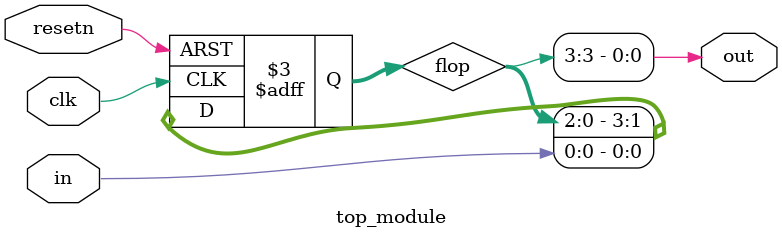
<source format=sv>
module top_module (
	input clk,
	input resetn,
	input in,
	output out
);

reg [3:0] flop;

always @(posedge clk, negedge resetn) begin
	if (!resetn)
		flop <= 4'b0;
	else
		flop <= {flop[2:0], in};
end

assign out = flop[3];

endmodule

</source>
